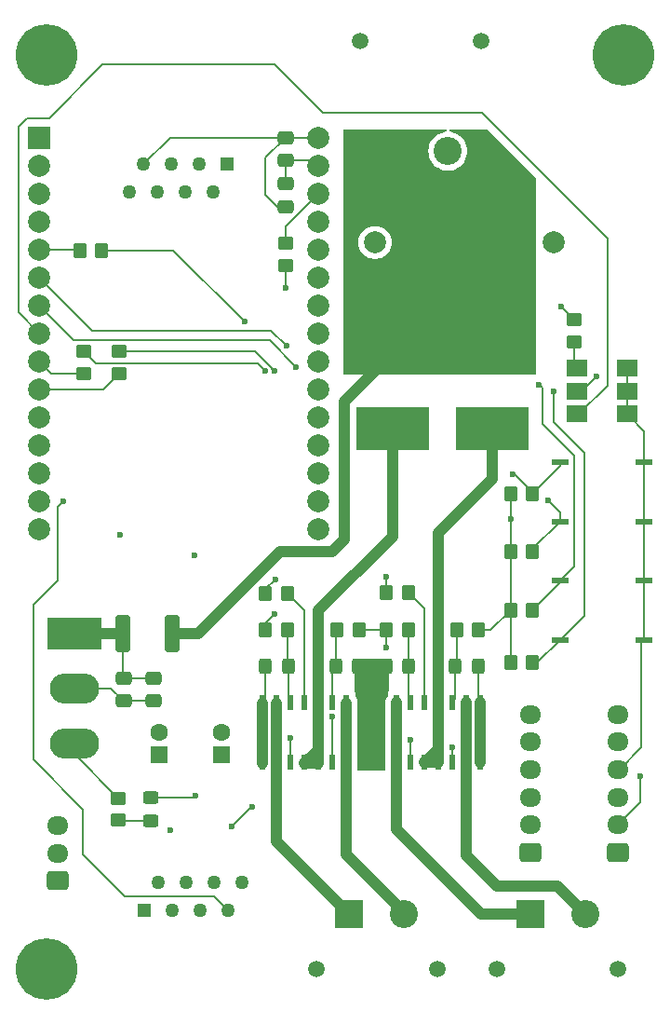
<source format=gtl>
%TF.GenerationSoftware,KiCad,Pcbnew,8.0.1-8.0.1-1~ubuntu22.04.1*%
%TF.CreationDate,2024-04-01T00:34:08-04:00*%
%TF.ProjectId,gripper_2024,67726970-7065-4725-9f32-3032342e6b69,rev?*%
%TF.SameCoordinates,Original*%
%TF.FileFunction,Copper,L1,Top*%
%TF.FilePolarity,Positive*%
%FSLAX46Y46*%
G04 Gerber Fmt 4.6, Leading zero omitted, Abs format (unit mm)*
G04 Created by KiCad (PCBNEW 8.0.1-8.0.1-1~ubuntu22.04.1) date 2024-04-01 00:34:08*
%MOMM*%
%LPD*%
G01*
G04 APERTURE LIST*
G04 Aperture macros list*
%AMRoundRect*
0 Rectangle with rounded corners*
0 $1 Rounding radius*
0 $2 $3 $4 $5 $6 $7 $8 $9 X,Y pos of 4 corners*
0 Add a 4 corners polygon primitive as box body*
4,1,4,$2,$3,$4,$5,$6,$7,$8,$9,$2,$3,0*
0 Add four circle primitives for the rounded corners*
1,1,$1+$1,$2,$3*
1,1,$1+$1,$4,$5*
1,1,$1+$1,$6,$7*
1,1,$1+$1,$8,$9*
0 Add four rect primitives between the rounded corners*
20,1,$1+$1,$2,$3,$4,$5,0*
20,1,$1+$1,$4,$5,$6,$7,0*
20,1,$1+$1,$6,$7,$8,$9,0*
20,1,$1+$1,$8,$9,$2,$3,0*%
G04 Aperture macros list end*
%TA.AperFunction,SMDPad,CuDef*%
%ADD10RoundRect,0.250000X-0.350000X-0.450000X0.350000X-0.450000X0.350000X0.450000X-0.350000X0.450000X0*%
%TD*%
%TA.AperFunction,SMDPad,CuDef*%
%ADD11RoundRect,0.250000X-0.475000X0.337500X-0.475000X-0.337500X0.475000X-0.337500X0.475000X0.337500X0*%
%TD*%
%TA.AperFunction,SMDPad,CuDef*%
%ADD12R,0.558800X1.460500*%
%TD*%
%TA.AperFunction,SMDPad,CuDef*%
%ADD13RoundRect,0.250000X0.350000X0.450000X-0.350000X0.450000X-0.350000X-0.450000X0.350000X-0.450000X0*%
%TD*%
%TA.AperFunction,SMDPad,CuDef*%
%ADD14R,1.511300X0.609600*%
%TD*%
%TA.AperFunction,ComponentPad*%
%ADD15RoundRect,0.250000X0.725000X-0.600000X0.725000X0.600000X-0.725000X0.600000X-0.725000X-0.600000X0*%
%TD*%
%TA.AperFunction,ComponentPad*%
%ADD16O,1.950000X1.700000*%
%TD*%
%TA.AperFunction,ComponentPad*%
%ADD17R,5.000000X3.000000*%
%TD*%
%TA.AperFunction,ComponentPad*%
%ADD18O,4.500000X2.750000*%
%TD*%
%TA.AperFunction,SMDPad,CuDef*%
%ADD19RoundRect,0.250000X0.450000X-0.350000X0.450000X0.350000X-0.450000X0.350000X-0.450000X-0.350000X0*%
%TD*%
%TA.AperFunction,ComponentPad*%
%ADD20R,2.000000X2.000000*%
%TD*%
%TA.AperFunction,ComponentPad*%
%ADD21C,2.000000*%
%TD*%
%TA.AperFunction,ComponentPad*%
%ADD22C,1.508000*%
%TD*%
%TA.AperFunction,ComponentPad*%
%ADD23C,2.550000*%
%TD*%
%TA.AperFunction,ComponentPad*%
%ADD24R,2.550000X2.550000*%
%TD*%
%TA.AperFunction,ComponentPad*%
%ADD25C,3.600000*%
%TD*%
%TA.AperFunction,ConnectorPad*%
%ADD26C,5.600000*%
%TD*%
%TA.AperFunction,SMDPad,CuDef*%
%ADD27RoundRect,0.250000X0.325000X0.450000X-0.325000X0.450000X-0.325000X-0.450000X0.325000X-0.450000X0*%
%TD*%
%TA.AperFunction,ComponentPad*%
%ADD28R,1.268000X1.268000*%
%TD*%
%TA.AperFunction,ComponentPad*%
%ADD29C,1.268000*%
%TD*%
%TA.AperFunction,SMDPad,CuDef*%
%ADD30RoundRect,0.250000X-0.450000X0.325000X-0.450000X-0.325000X0.450000X-0.325000X0.450000X0.325000X0*%
%TD*%
%TA.AperFunction,SMDPad,CuDef*%
%ADD31RoundRect,0.250000X-0.325000X-0.450000X0.325000X-0.450000X0.325000X0.450000X-0.325000X0.450000X0*%
%TD*%
%TA.AperFunction,ComponentPad*%
%ADD32R,1.600000X1.600000*%
%TD*%
%TA.AperFunction,ComponentPad*%
%ADD33C,1.600000*%
%TD*%
%TA.AperFunction,SMDPad,CuDef*%
%ADD34RoundRect,0.250000X-0.450000X0.350000X-0.450000X-0.350000X0.450000X-0.350000X0.450000X0.350000X0*%
%TD*%
%TA.AperFunction,SMDPad,CuDef*%
%ADD35R,6.600000X4.000000*%
%TD*%
%TA.AperFunction,SMDPad,CuDef*%
%ADD36RoundRect,0.250000X0.475000X-0.337500X0.475000X0.337500X-0.475000X0.337500X-0.475000X-0.337500X0*%
%TD*%
%TA.AperFunction,SMDPad,CuDef*%
%ADD37R,1.955800X1.549400*%
%TD*%
%TA.AperFunction,SMDPad,CuDef*%
%ADD38RoundRect,0.250000X0.400000X1.450000X-0.400000X1.450000X-0.400000X-1.450000X0.400000X-1.450000X0*%
%TD*%
%TA.AperFunction,ViaPad*%
%ADD39C,0.600000*%
%TD*%
%TA.AperFunction,Conductor*%
%ADD40C,1.000000*%
%TD*%
%TA.AperFunction,Conductor*%
%ADD41C,0.200000*%
%TD*%
G04 APERTURE END LIST*
D10*
%TO.P,R1,1*%
%TO.N,MA_S1*%
X23500000Y-37200000D03*
%TO.P,R1,2*%
%TO.N,Net-(U1-INA)*%
X25500000Y-37200000D03*
%TD*%
D11*
%TO.P,C12,1*%
%TO.N,+5V*%
X42200000Y-26962500D03*
%TO.P,C12,2*%
%TO.N,GND*%
X42200000Y-29037500D03*
%TD*%
D12*
%TO.P,U2,1,GNDA*%
%TO.N,GND*%
X51055000Y-83724150D03*
%TO.P,U2,2,OUTA*%
%TO.N,MB+*%
X52325000Y-83724150D03*
%TO.P,U2,3,INA*%
%TO.N,Net-(U2-INA)*%
X53595000Y-83724150D03*
%TO.P,U2,4,VCC*%
%TO.N,MB_24V*%
X54865000Y-83724150D03*
%TO.P,U2,5,VCC*%
X56135000Y-83724150D03*
%TO.P,U2,6,INB*%
%TO.N,Net-(U2-INB)*%
X57405000Y-83724150D03*
%TO.P,U2,7,OUTB*%
%TO.N,MB-*%
X58675000Y-83724150D03*
%TO.P,U2,8,GNDB*%
%TO.N,GND*%
X59945000Y-83724150D03*
%TO.P,U2,9,GNDB*%
X59945000Y-78275850D03*
%TO.P,U2,10,OUTB*%
%TO.N,MB-*%
X58675000Y-78275850D03*
%TO.P,U2,11,ENB/DIAGB*%
%TO.N,Net-(D4-A)*%
X57405000Y-78275850D03*
%TO.P,U2,12,VCC*%
%TO.N,MB_24V*%
X56135000Y-78275850D03*
%TO.P,U2,13,CS*%
%TO.N,Net-(U2-CS)*%
X54865000Y-78275850D03*
%TO.P,U2,14,ENA/DIAGB*%
%TO.N,Net-(D5-A)*%
X53595000Y-78275850D03*
%TO.P,U2,15,OUTA*%
%TO.N,MB+*%
X52325000Y-78275850D03*
%TO.P,U2,16,GNDA*%
%TO.N,GND*%
X51055000Y-78275850D03*
%TD*%
D13*
%TO.P,R17,1*%
%TO.N,PB_ROT_FWD*%
X64700000Y-64600000D03*
%TO.P,R17,2*%
%TO.N,+3.3V*%
X62700000Y-64600000D03*
%TD*%
D14*
%TO.P,SW4,1*%
%TO.N,GND*%
X74803650Y-56500000D03*
%TO.P,SW4,2*%
%TO.N,PB_ROT_REV*%
X67196350Y-56500000D03*
%TD*%
%TO.P,SW3,1*%
%TO.N,GND*%
X74803650Y-61868800D03*
%TO.P,SW3,2*%
%TO.N,PB_ROT_FWD*%
X67196350Y-61868800D03*
%TD*%
D15*
%TO.P,U4,1*%
%TO.N,+5V*%
X72475000Y-91900000D03*
D16*
%TO.P,U4,2*%
%TO.N,SCK*%
X72475000Y-89400000D03*
%TO.P,U4,3*%
%TO.N,MOSI*%
X72475000Y-86900000D03*
%TO.P,U4,4*%
%TO.N,GND*%
X72475000Y-84400000D03*
%TO.P,U4,5*%
%TO.N,MISO*%
X72475000Y-81900000D03*
%TO.P,U4,6*%
%TO.N,CS_Poignet*%
X72475000Y-79400000D03*
%TD*%
D13*
%TO.P,R8,1*%
%TO.N,Net-(D3-A)*%
X42400000Y-71700000D03*
%TO.P,R8,2*%
%TO.N,+3.3V*%
X40400000Y-71700000D03*
%TD*%
D17*
%TO.P,U7,1,V_{IN}*%
%TO.N,Net-(U7-V_{IN})*%
X23000000Y-72000000D03*
D18*
%TO.P,U7,2,GND*%
%TO.N,GND*%
X23000000Y-77000000D03*
%TO.P,U7,3,V_{OUT}*%
%TO.N,+7.4V*%
X23000000Y-82000000D03*
%TD*%
D19*
%TO.P,R4,1*%
%TO.N,MB_S2*%
X27100000Y-48400000D03*
%TO.P,R4,2*%
%TO.N,Net-(U2-INB)*%
X27100000Y-46400000D03*
%TD*%
%TO.P,R19,1*%
%TO.N,Net-(LED1-Pad1)*%
X68500000Y-45500000D03*
%TO.P,R19,2*%
%TO.N,LED_R*%
X68500000Y-43500000D03*
%TD*%
D20*
%TO.P,U3,1,3V3*%
%TO.N,+3.3V*%
X19800000Y-26985000D03*
D21*
%TO.P,U3,2,GND*%
%TO.N,GND*%
X19800000Y-29525000D03*
X45200000Y-29525000D03*
%TO.P,U3,3,D15*%
%TO.N,LED_G*%
X19800000Y-32065000D03*
%TO.P,U3,4,D2*%
%TO.N,Net-(U3-D2)*%
X19800000Y-34605000D03*
%TO.P,U3,5,D4*%
%TO.N,MA_S1*%
X19800000Y-37145000D03*
%TO.P,U3,6,RX2*%
%TO.N,CS_Rotation*%
X19800000Y-39685000D03*
%TO.P,U3,7,TX2*%
%TO.N,CS_Poignet*%
X19800000Y-42225000D03*
%TO.P,U3,8,D5*%
%TO.N,LED_B*%
X19800000Y-44765000D03*
%TO.P,U3,9,D18*%
%TO.N,MB_S1*%
X19800000Y-47305000D03*
%TO.P,U3,10,D19*%
%TO.N,MB_S2*%
X19800000Y-49845000D03*
%TO.P,U3,11,D21*%
%TO.N,SERVO_PWM*%
X19800000Y-52385000D03*
%TO.P,U3,12,RX0*%
%TO.N,unconnected-(U3-RX0-Pad12)*%
X19800000Y-54925000D03*
%TO.P,U3,13,TX0*%
%TO.N,unconnected-(U3-TX0-Pad13)*%
X19800000Y-57465000D03*
%TO.P,U3,14,D22*%
%TO.N,RXC*%
X19800000Y-60005000D03*
%TO.P,U3,15,D23*%
%TO.N,TXC*%
X19800000Y-62545000D03*
%TO.P,U3,16,EN*%
%TO.N,unconnected-(U3-EN-Pad16)*%
X45200000Y-62545000D03*
%TO.P,U3,17,VP*%
%TO.N,unconnected-(U3-VP-Pad17)*%
X45200000Y-60005000D03*
%TO.P,U3,18,VN*%
%TO.N,unconnected-(U3-VN-Pad18)*%
X45200000Y-57465000D03*
%TO.P,U3,19,D34*%
%TO.N,PB_ROT_REV*%
X45200000Y-54925000D03*
%TO.P,U3,20,D35*%
%TO.N,PB_ROT_FWD*%
X45200000Y-52385000D03*
%TO.P,U3,21,D32*%
%TO.N,MISO*%
X45200000Y-49845000D03*
%TO.P,U3,22,D33*%
%TO.N,SCK*%
X45200000Y-47305000D03*
%TO.P,U3,23,D25*%
%TO.N,PB_POIGNET_FWD*%
X45200000Y-44765000D03*
%TO.P,U3,24,D26*%
%TO.N,PB_POIGNET_REV*%
X45200000Y-42225000D03*
%TO.P,U3,25,D27*%
%TO.N,MOSI*%
X45200000Y-39685000D03*
%TO.P,U3,26,D14*%
%TO.N,Net-(U3-D14)*%
X45200000Y-37145000D03*
%TO.P,U3,27,D12*%
%TO.N,LED_R*%
X45200000Y-34605000D03*
%TO.P,U3,28,D13*%
%TO.N,MA_S2*%
X45200000Y-32065000D03*
%TO.P,U3,30,VIN*%
%TO.N,+5V*%
X45200000Y-26985000D03*
%TD*%
D22*
%TO.P,J2,*%
%TO.N,*%
X56000000Y-102500000D03*
X45000000Y-102500000D03*
D23*
%TO.P,J2,N,N*%
%TO.N,MA-*%
X53000000Y-97500000D03*
D24*
%TO.P,J2,P,P*%
%TO.N,MA+*%
X48000000Y-97500000D03*
%TD*%
D25*
%TO.P,H1,1,1*%
%TO.N,GND*%
X20500000Y-102500000D03*
D26*
X20500000Y-102500000D03*
%TD*%
D27*
%TO.P,D2,1,K*%
%TO.N,GND*%
X48860000Y-75000000D03*
%TO.P,D2,2,A*%
%TO.N,Net-(D2-A)*%
X46810000Y-75000000D03*
%TD*%
D28*
%TO.P,J6,1*%
%TO.N,CANH*%
X29392500Y-97150000D03*
D29*
%TO.P,J6,2*%
%TO.N,CANL*%
X30662500Y-94610000D03*
%TO.P,J6,3*%
%TO.N,unconnected-(J6-Pad3)*%
X31932500Y-97150000D03*
%TO.P,J6,4*%
%TO.N,unconnected-(J6-Pad4)*%
X33202500Y-94610000D03*
%TO.P,J6,5*%
%TO.N,unconnected-(J6-Pad5)*%
X34472500Y-97150000D03*
%TO.P,J6,6*%
%TO.N,unconnected-(J6-Pad6)*%
X35742500Y-94610000D03*
%TO.P,J6,7*%
%TO.N,+5V*%
X37012500Y-97150000D03*
%TO.P,J6,8*%
%TO.N,GND*%
X38282500Y-94610000D03*
%TD*%
D30*
%TO.P,D1,1,K*%
%TO.N,GND*%
X30000000Y-86975000D03*
%TO.P,D1,2,A*%
%TO.N,Net-(D1-A)*%
X30000000Y-89025000D03*
%TD*%
D13*
%TO.P,R6,1*%
%TO.N,Net-(D5-A)*%
X53400000Y-71700000D03*
%TO.P,R6,2*%
%TO.N,+3.3V*%
X51400000Y-71700000D03*
%TD*%
%TO.P,R18,1*%
%TO.N,PB_ROT_REV*%
X64700000Y-59300000D03*
%TO.P,R18,2*%
%TO.N,+3.3V*%
X62700000Y-59300000D03*
%TD*%
D25*
%TO.P,H3,1,1*%
%TO.N,GND*%
X73000000Y-19500000D03*
D26*
X73000000Y-19500000D03*
%TD*%
D11*
%TO.P,C10,1*%
%TO.N,Net-(U7-V_{IN})*%
X30200000Y-76062500D03*
%TO.P,C10,2*%
%TO.N,GND*%
X30200000Y-78137500D03*
%TD*%
D31*
%TO.P,D5,1,K*%
%TO.N,GND*%
X51375000Y-75000000D03*
%TO.P,D5,2,A*%
%TO.N,Net-(D5-A)*%
X53425000Y-75000000D03*
%TD*%
D13*
%TO.P,R9,1*%
%TO.N,+3.3V*%
X48900000Y-71700000D03*
%TO.P,R9,2*%
%TO.N,Net-(D2-A)*%
X46900000Y-71700000D03*
%TD*%
D20*
%TO.P,C1,1*%
%TO.N,+24V*%
X55367677Y-36500000D03*
D21*
%TO.P,C1,2*%
%TO.N,GND*%
X50367677Y-36500000D03*
%TD*%
D11*
%TO.P,C9,1*%
%TO.N,Net-(U7-V_{IN})*%
X27500000Y-76062500D03*
%TO.P,C9,2*%
%TO.N,GND*%
X27500000Y-78137500D03*
%TD*%
D14*
%TO.P,SW2,1*%
%TO.N,GND*%
X74803650Y-67237600D03*
%TO.P,SW2,2*%
%TO.N,PB_POIGNET_REV*%
X67196350Y-67237600D03*
%TD*%
D13*
%TO.P,R24,1*%
%TO.N,+3.3V*%
X59800000Y-71700000D03*
%TO.P,R24,2*%
%TO.N,Net-(D4-A)*%
X57800000Y-71700000D03*
%TD*%
D22*
%TO.P,J3,*%
%TO.N,*%
X72500000Y-102500000D03*
X61500000Y-102500000D03*
D23*
%TO.P,J3,N,N*%
%TO.N,MB-*%
X69500000Y-97500000D03*
D24*
%TO.P,J3,P,P*%
%TO.N,MB+*%
X64500000Y-97500000D03*
%TD*%
D19*
%TO.P,R3,1*%
%TO.N,MB_S1*%
X23900000Y-48400000D03*
%TO.P,R3,2*%
%TO.N,Net-(U2-INA)*%
X23900000Y-46400000D03*
%TD*%
D15*
%TO.P,U5,1*%
%TO.N,+5V*%
X64475000Y-91900000D03*
D16*
%TO.P,U5,2*%
%TO.N,SCK*%
X64475000Y-89400000D03*
%TO.P,U5,3*%
%TO.N,MOSI*%
X64475000Y-86900000D03*
%TO.P,U5,4*%
%TO.N,GND*%
X64475000Y-84400000D03*
%TO.P,U5,5*%
%TO.N,MISO*%
X64475000Y-81900000D03*
%TO.P,U5,6*%
%TO.N,CS_Rotation*%
X64475000Y-79400000D03*
%TD*%
D32*
%TO.P,C8,1*%
%TO.N,+7.4V*%
X36400000Y-83055112D03*
D33*
%TO.P,C8,2*%
%TO.N,GND*%
X36400000Y-81055112D03*
%TD*%
D34*
%TO.P,R20,1*%
%TO.N,+7.4V*%
X27000000Y-87000000D03*
%TO.P,R20,2*%
%TO.N,Net-(D1-A)*%
X27000000Y-89000000D03*
%TD*%
D35*
%TO.P,F2,1*%
%TO.N,+24V*%
X61000000Y-45600000D03*
%TO.P,F2,2*%
%TO.N,MB_24V*%
X61000000Y-53400000D03*
%TD*%
D36*
%TO.P,C13,1*%
%TO.N,+5V*%
X42200000Y-33237500D03*
%TO.P,C13,2*%
%TO.N,GND*%
X42200000Y-31162500D03*
%TD*%
D35*
%TO.P,F1,1*%
%TO.N,+24V*%
X52000000Y-45600000D03*
%TO.P,F1,2*%
%TO.N,MA_24V*%
X52000000Y-53400000D03*
%TD*%
D31*
%TO.P,D3,1,K*%
%TO.N,GND*%
X40410000Y-75000000D03*
%TO.P,D3,2,A*%
%TO.N,Net-(D3-A)*%
X42460000Y-75000000D03*
%TD*%
D27*
%TO.P,D4,1,K*%
%TO.N,GND*%
X59725000Y-75000000D03*
%TO.P,D4,2,A*%
%TO.N,Net-(D4-A)*%
X57675000Y-75000000D03*
%TD*%
D37*
%TO.P,D6,1*%
%TO.N,Net-(LED1-Pad1)*%
X68726700Y-47900002D03*
%TO.P,D6,2*%
%TO.N,LED_G*%
X68726700Y-50000000D03*
%TO.P,D6,3*%
%TO.N,LED_B*%
X68726700Y-52100001D03*
%TO.P,D6,4*%
%TO.N,GND*%
X73273300Y-52099998D03*
%TO.P,D6,5*%
X73273300Y-50000000D03*
%TO.P,D6,6*%
X73273300Y-47899999D03*
%TD*%
D15*
%TO.P,J4,1*%
%TO.N,GND*%
X21475000Y-94500000D03*
D16*
%TO.P,J4,2*%
%TO.N,SERVO_POW*%
X21475000Y-92000000D03*
%TO.P,J4,3*%
%TO.N,SERVO_PWM*%
X21475000Y-89500000D03*
%TD*%
D14*
%TO.P,SW1,1*%
%TO.N,GND*%
X74803650Y-72606400D03*
%TO.P,SW1,2*%
%TO.N,PB_POIGNET_FWD*%
X67196350Y-72606400D03*
%TD*%
D22*
%TO.P,J1,*%
%TO.N,*%
X49000000Y-18205750D03*
X60000000Y-18205750D03*
D23*
%TO.P,J1,N,N*%
%TO.N,GND*%
X57000000Y-28205750D03*
D24*
%TO.P,J1,P,P*%
%TO.N,+24V*%
X52000000Y-28205750D03*
%TD*%
D20*
%TO.P,C2,1*%
%TO.N,+24V*%
X61632323Y-36500000D03*
D21*
%TO.P,C2,2*%
%TO.N,GND*%
X66632323Y-36500000D03*
%TD*%
D32*
%TO.P,C6,1*%
%TO.N,+7.4V*%
X30700000Y-83055112D03*
D33*
%TO.P,C6,2*%
%TO.N,GND*%
X30700000Y-81055112D03*
%TD*%
D25*
%TO.P,H2,1,1*%
%TO.N,GND*%
X20500000Y-19500000D03*
D26*
X20500000Y-19500000D03*
%TD*%
D10*
%TO.P,R15,1*%
%TO.N,+3.3V*%
X62700000Y-74700000D03*
%TO.P,R15,2*%
%TO.N,PB_POIGNET_FWD*%
X64700000Y-74700000D03*
%TD*%
D12*
%TO.P,U1,1,GNDA*%
%TO.N,GND*%
X40155000Y-83724150D03*
%TO.P,U1,2,OUTA*%
%TO.N,MA+*%
X41425000Y-83724150D03*
%TO.P,U1,3,INA*%
%TO.N,Net-(U1-INA)*%
X42695000Y-83724150D03*
%TO.P,U1,4,VCC*%
%TO.N,MA_24V*%
X43965000Y-83724150D03*
%TO.P,U1,5,VCC*%
X45235000Y-83724150D03*
%TO.P,U1,6,INB*%
%TO.N,Net-(U1-INB)*%
X46505000Y-83724150D03*
%TO.P,U1,7,OUTB*%
%TO.N,MA-*%
X47775000Y-83724150D03*
%TO.P,U1,8,GNDB*%
%TO.N,GND*%
X49045000Y-83724150D03*
%TO.P,U1,9,GNDB*%
X49045000Y-78275850D03*
%TO.P,U1,10,OUTB*%
%TO.N,MA-*%
X47775000Y-78275850D03*
%TO.P,U1,11,ENB/DIAGB*%
%TO.N,Net-(D2-A)*%
X46505000Y-78275850D03*
%TO.P,U1,12,VCC*%
%TO.N,MA_24V*%
X45235000Y-78275850D03*
%TO.P,U1,13,CS*%
%TO.N,Net-(U1-CS)*%
X43965000Y-78275850D03*
%TO.P,U1,14,ENA/DIAGB*%
%TO.N,Net-(D3-A)*%
X42695000Y-78275850D03*
%TO.P,U1,15,OUTA*%
%TO.N,MA+*%
X41425000Y-78275850D03*
%TO.P,U1,16,GNDA*%
%TO.N,GND*%
X40155000Y-78275850D03*
%TD*%
D13*
%TO.P,R23,1*%
%TO.N,Net-(U2-CS)*%
X53400000Y-68300000D03*
%TO.P,R23,2*%
%TO.N,GND*%
X51400000Y-68300000D03*
%TD*%
D28*
%TO.P,J5,1*%
%TO.N,CANH*%
X36945000Y-29350000D03*
D29*
%TO.P,J5,2*%
%TO.N,CANL*%
X35675000Y-31890000D03*
%TO.P,J5,3*%
%TO.N,unconnected-(J5-Pad3)*%
X34405000Y-29350000D03*
%TO.P,J5,4*%
%TO.N,unconnected-(J5-Pad4)*%
X33135000Y-31890000D03*
%TO.P,J5,5*%
%TO.N,unconnected-(J5-Pad5)*%
X31865000Y-29350000D03*
%TO.P,J5,6*%
%TO.N,unconnected-(J5-Pad6)*%
X30595000Y-31890000D03*
%TO.P,J5,7*%
%TO.N,+5V*%
X29325000Y-29350000D03*
%TO.P,J5,8*%
%TO.N,GND*%
X28055000Y-31890000D03*
%TD*%
D13*
%TO.P,R16,1*%
%TO.N,PB_POIGNET_REV*%
X64700000Y-69900000D03*
%TO.P,R16,2*%
%TO.N,+3.3V*%
X62700000Y-69900000D03*
%TD*%
D34*
%TO.P,R2,1*%
%TO.N,MA_S2*%
X42200000Y-36600000D03*
%TO.P,R2,2*%
%TO.N,Net-(U1-INB)*%
X42200000Y-38600000D03*
%TD*%
D13*
%TO.P,R5,1*%
%TO.N,Net-(U1-CS)*%
X42400000Y-68400000D03*
%TO.P,R5,2*%
%TO.N,GND*%
X40400000Y-68400000D03*
%TD*%
D38*
%TO.P,F3,1*%
%TO.N,+24V*%
X31900000Y-72050000D03*
%TO.P,F3,2*%
%TO.N,Net-(U7-V_{IN})*%
X27450000Y-72050000D03*
%TD*%
D39*
%TO.N,GND*%
X59958696Y-79755533D03*
X59958696Y-80802250D03*
X59944646Y-82038640D03*
X50500000Y-79953283D03*
X50500000Y-81000000D03*
X50485950Y-82236390D03*
X49500000Y-79953283D03*
X49500000Y-81000000D03*
X49485950Y-82236390D03*
X40138748Y-82344185D03*
X40152798Y-81107795D03*
X40152798Y-80061078D03*
X34000000Y-86750000D03*
X33900000Y-64900000D03*
X27200000Y-63100000D03*
X41300000Y-67100000D03*
X51400000Y-66900000D03*
%TO.N,+5V*%
X22000000Y-60000000D03*
%TO.N,LED_G*%
X70500000Y-48700000D03*
%TO.N,Net-(U1-INA)*%
X42700000Y-81500000D03*
X38500000Y-43700000D03*
%TO.N,Net-(U1-INB)*%
X42200000Y-40600000D03*
X46500000Y-79600000D03*
%TO.N,Net-(U2-INA)*%
X53600000Y-81700000D03*
X40400000Y-48200000D03*
%TO.N,Net-(U2-INB)*%
X57405000Y-82400000D03*
X41200003Y-48200000D03*
%TO.N,PB_POIGNET_FWD*%
X66600000Y-50000000D03*
%TO.N,PB_POIGNET_REV*%
X65300000Y-49400000D03*
%TO.N,PB_ROT_FWD*%
X66150000Y-59950000D03*
%TO.N,PB_ROT_REV*%
X62925735Y-57574265D03*
%TO.N,LED_R*%
X67300000Y-42300000D03*
%TO.N,SCK*%
X74500000Y-85000000D03*
%TO.N,CS_Rotation*%
X42300000Y-45900000D03*
%TO.N,CS_Poignet*%
X43200000Y-47800000D03*
%TO.N,+3.3V*%
X62700000Y-61600000D03*
X31700000Y-89900000D03*
X51400000Y-73300000D03*
X41200000Y-70300000D03*
%TO.N,SCL*%
X37300000Y-89600000D03*
X39200000Y-87800000D03*
%TD*%
D40*
%TO.N,GND*%
X40155000Y-82360437D02*
X40155000Y-83798300D01*
X40138748Y-82344185D02*
X40155000Y-82360437D01*
X40155000Y-82327933D02*
X40138748Y-82344185D01*
X40155000Y-81109997D02*
X40155000Y-82327933D01*
X40152798Y-81107795D02*
X40155000Y-81109997D01*
X40155000Y-81105593D02*
X40152798Y-81107795D01*
X40155000Y-80063280D02*
X40155000Y-81000000D01*
X40152798Y-80061078D02*
X40155000Y-80063280D01*
X40155000Y-80058876D02*
X40152798Y-80061078D01*
X40155000Y-78350000D02*
X40155000Y-80058876D01*
X40155000Y-81000000D02*
X40155000Y-81105593D01*
D41*
X48860000Y-78090850D02*
X49045000Y-78275850D01*
X49045000Y-78275850D02*
X49045000Y-78350000D01*
D40*
X59950000Y-82550000D02*
X59945000Y-82545000D01*
D41*
X73273300Y-52099998D02*
X73273300Y-50000000D01*
X42200000Y-29037500D02*
X44712500Y-29037500D01*
D40*
X59945000Y-80495000D02*
X59945000Y-79455000D01*
X59945000Y-81555000D02*
X59950000Y-81550000D01*
X59945000Y-81700000D02*
X59945000Y-81555000D01*
D41*
X40400000Y-68000000D02*
X41300000Y-67100000D01*
X33775000Y-86975000D02*
X34000000Y-86750000D01*
X74803650Y-53630348D02*
X73273300Y-52099998D01*
X30200000Y-78137500D02*
X27500000Y-78137500D01*
D40*
X59950000Y-79450000D02*
X59945000Y-79445000D01*
D41*
X40400000Y-68400000D02*
X40400000Y-68000000D01*
X74600000Y-72810050D02*
X74803650Y-72606400D01*
X72475000Y-84400000D02*
X72600000Y-84400000D01*
X40410000Y-75000000D02*
X40410000Y-78095000D01*
D40*
X59945000Y-80495000D02*
X59945000Y-81545000D01*
X59945000Y-79395000D02*
X59945000Y-78275850D01*
D41*
X44712500Y-29037500D02*
X45200000Y-29525000D01*
X59725000Y-75000000D02*
X59725000Y-78055850D01*
X72600000Y-84400000D02*
X74600000Y-82400000D01*
D40*
X59945000Y-82745000D02*
X59945000Y-82555000D01*
X59945000Y-79445000D02*
X59945000Y-79395000D01*
D41*
X73273300Y-50000000D02*
X73273300Y-47899999D01*
X59725000Y-78055850D02*
X59945000Y-78275850D01*
X74803650Y-61868800D02*
X74803650Y-56500000D01*
D40*
X59945000Y-82745000D02*
X59945000Y-83724150D01*
D41*
X23000000Y-77000000D02*
X26362500Y-77000000D01*
X42200000Y-31162500D02*
X42200000Y-29037500D01*
D40*
X59945000Y-82545000D02*
X59945000Y-81700000D01*
X59945000Y-79455000D02*
X59950000Y-79450000D01*
D41*
X74600000Y-82400000D02*
X74600000Y-72810050D01*
X30000000Y-86975000D02*
X33775000Y-86975000D01*
X74803650Y-67237600D02*
X74803650Y-61868800D01*
X74803650Y-56500000D02*
X74803650Y-53630348D01*
X26362500Y-77000000D02*
X27500000Y-78137500D01*
D40*
X59945000Y-81545000D02*
X59950000Y-81550000D01*
D41*
X51400000Y-68300000D02*
X51400000Y-66900000D01*
X74803650Y-72606400D02*
X74803650Y-67237600D01*
X40410000Y-78095000D02*
X40155000Y-78350000D01*
D40*
X59945000Y-82555000D02*
X59950000Y-82550000D01*
%TO.N,+24V*%
X47600000Y-50950000D02*
X47600000Y-63500000D01*
X41700000Y-64600000D02*
X34250000Y-72050000D01*
X52000000Y-46550000D02*
X47600000Y-50950000D01*
X34250000Y-72050000D02*
X31900000Y-72050000D01*
X46500000Y-64600000D02*
X41700000Y-64600000D01*
X47600000Y-63500000D02*
X46500000Y-64600000D01*
X52000000Y-45600000D02*
X52000000Y-46550000D01*
D41*
%TO.N,+5V*%
X31712500Y-26962500D02*
X29325000Y-29350000D01*
X41437500Y-33237500D02*
X40400000Y-32200000D01*
X19300000Y-83500000D02*
X23800000Y-88000000D01*
X21500000Y-67200000D02*
X19300000Y-69400000D01*
X21500000Y-60500000D02*
X21500000Y-67200000D01*
X40400000Y-28762500D02*
X42200000Y-26962500D01*
X35762500Y-95900000D02*
X37012500Y-97150000D01*
X40400000Y-32200000D02*
X40400000Y-28762500D01*
X27600000Y-95900000D02*
X35762500Y-95900000D01*
X22000000Y-60000000D02*
X21500000Y-60500000D01*
X42200000Y-26962500D02*
X31712500Y-26962500D01*
X42200000Y-33237500D02*
X41437500Y-33237500D01*
X23800000Y-92100000D02*
X27600000Y-95900000D01*
X19300000Y-69400000D02*
X19300000Y-83500000D01*
X45200000Y-26985000D02*
X42222500Y-26985000D01*
X23800000Y-88000000D02*
X23800000Y-92100000D01*
X42222500Y-26985000D02*
X42200000Y-26962500D01*
D40*
%TO.N,MA+*%
X41425000Y-83798300D02*
X41425000Y-90925000D01*
X41425000Y-90925000D02*
X48000000Y-97500000D01*
X41425000Y-78350000D02*
X41425000Y-83798300D01*
X48000000Y-97500000D02*
X48162500Y-97500000D01*
%TO.N,MB+*%
X52325000Y-89825000D02*
X60000000Y-97500000D01*
X52325000Y-83724150D02*
X52325000Y-89825000D01*
X60000000Y-97500000D02*
X64500000Y-97500000D01*
X52325000Y-78275850D02*
X52325000Y-83724150D01*
%TO.N,Net-(U7-V_{IN})*%
X27450000Y-72050000D02*
X23050000Y-72050000D01*
D41*
X27450000Y-76012500D02*
X27450000Y-72050000D01*
X27500000Y-76062500D02*
X27450000Y-76012500D01*
D40*
X23050000Y-72050000D02*
X23000000Y-72000000D01*
D41*
X30200000Y-76062500D02*
X27500000Y-76062500D01*
%TO.N,+7.4V*%
X23000000Y-82000000D02*
X23000000Y-83000000D01*
X23000000Y-83000000D02*
X27000000Y-87000000D01*
D40*
%TO.N,MA-*%
X47775000Y-83798300D02*
X47775000Y-92112500D01*
X47775000Y-92112500D02*
X53162500Y-97500000D01*
X47775000Y-78350000D02*
X47775000Y-83798300D01*
%TO.N,MB-*%
X61500000Y-95000000D02*
X67000000Y-95000000D01*
X67000000Y-95000000D02*
X69500000Y-97500000D01*
X58675000Y-92175000D02*
X61500000Y-95000000D01*
X58675000Y-78275850D02*
X58675000Y-83724150D01*
X58675000Y-83724150D02*
X58675000Y-92175000D01*
D41*
%TO.N,LED_B*%
X41200000Y-20300000D02*
X25600000Y-20300000D01*
X45600000Y-24700000D02*
X41200000Y-20300000D01*
X25600000Y-20300000D02*
X20700000Y-25200000D01*
X68726700Y-52100001D02*
X68929900Y-52100001D01*
X17900000Y-26000000D02*
X17900000Y-42865000D01*
X18700000Y-25200000D02*
X17900000Y-26000000D01*
X71500000Y-36100000D02*
X60100000Y-24700000D01*
X17900000Y-42865000D02*
X19800000Y-44765000D01*
X60100000Y-24700000D02*
X45600000Y-24700000D01*
X20700000Y-25200000D02*
X18700000Y-25200000D01*
X68929900Y-52100001D02*
X71500000Y-49529901D01*
X71500000Y-49529901D02*
X71500000Y-36100000D01*
%TO.N,Net-(LED1-Pad1)*%
X68500000Y-47673302D02*
X68726700Y-47900002D01*
X68500000Y-45500000D02*
X68500000Y-47673302D01*
%TO.N,LED_G*%
X69200000Y-50000000D02*
X68726700Y-50000000D01*
X70500000Y-48700000D02*
X69200000Y-50000000D01*
%TO.N,MA_S1*%
X19800000Y-37145000D02*
X23445000Y-37145000D01*
X23445000Y-37145000D02*
X23500000Y-37200000D01*
%TO.N,Net-(U1-INA)*%
X38500000Y-43700000D02*
X32000000Y-37200000D01*
X32000000Y-37200000D02*
X25500000Y-37200000D01*
X42695000Y-81505000D02*
X42700000Y-81500000D01*
X42695000Y-83724150D02*
X42695000Y-81505000D01*
%TO.N,MA_S2*%
X42200000Y-35065000D02*
X45200000Y-32065000D01*
X42200000Y-36600000D02*
X42200000Y-35065000D01*
%TO.N,Net-(U1-INB)*%
X46500000Y-79600000D02*
X46505000Y-79605000D01*
X42200000Y-40600000D02*
X42200000Y-40700000D01*
X46505000Y-79605000D02*
X46505000Y-83724150D01*
X42200000Y-38600000D02*
X42300000Y-38600000D01*
X42200000Y-38600000D02*
X42200000Y-40600000D01*
%TO.N,MB_S1*%
X19800000Y-47305000D02*
X20895000Y-48400000D01*
X20895000Y-48400000D02*
X23900000Y-48400000D01*
%TO.N,Net-(U2-INA)*%
X53595000Y-83724150D02*
X53595000Y-81705000D01*
X39700000Y-47500000D02*
X25000000Y-47500000D01*
X40400000Y-48200000D02*
X39700000Y-47500000D01*
X25000000Y-47500000D02*
X23900000Y-46400000D01*
X53595000Y-81705000D02*
X53600000Y-81700000D01*
%TO.N,MB_S2*%
X25655000Y-49845000D02*
X27100000Y-48400000D01*
X19800000Y-49845000D02*
X25655000Y-49845000D01*
%TO.N,Net-(U2-INB)*%
X41000000Y-47951471D02*
X39448529Y-46400000D01*
X41200003Y-48200000D02*
X41000000Y-47999997D01*
X41000000Y-47999997D02*
X41000000Y-47951471D01*
X39448529Y-46400000D02*
X27100000Y-46400000D01*
X57405000Y-82400000D02*
X57405000Y-83724150D01*
%TO.N,Net-(U1-CS)*%
X42400000Y-68400000D02*
X43965000Y-69965000D01*
X43965000Y-69965000D02*
X43965000Y-78275850D01*
%TO.N,Net-(U2-CS)*%
X53400000Y-68300000D02*
X54865000Y-69765000D01*
X54865000Y-69765000D02*
X54865000Y-78275850D01*
%TO.N,Net-(D2-A)*%
X46505000Y-75305000D02*
X46810000Y-75000000D01*
X46810000Y-71790000D02*
X46900000Y-71700000D01*
X46810000Y-75000000D02*
X46810000Y-71790000D01*
X46505000Y-78350000D02*
X46505000Y-75305000D01*
%TO.N,PB_POIGNET_FWD*%
X64700000Y-74700000D02*
X65102750Y-74700000D01*
X65102750Y-74700000D02*
X67196350Y-72606400D01*
X66600000Y-50000000D02*
X66600000Y-52800000D01*
X69400000Y-70402750D02*
X67196350Y-72606400D01*
X69400000Y-55600000D02*
X69400000Y-70402750D01*
X66600000Y-52800000D02*
X69400000Y-55600000D01*
%TO.N,PB_POIGNET_REV*%
X65600000Y-53000000D02*
X68500000Y-55900000D01*
X65600000Y-49700000D02*
X65600000Y-53000000D01*
X68500000Y-55900000D02*
X68500000Y-65933950D01*
X68500000Y-65933950D02*
X67196350Y-67237600D01*
X64700000Y-69900000D02*
X67196350Y-67403650D01*
X67196350Y-67403650D02*
X67196350Y-67237600D01*
X65300000Y-49400000D02*
X65600000Y-49700000D01*
%TO.N,PB_ROT_FWD*%
X64700000Y-64600000D02*
X64700000Y-64365150D01*
X64700000Y-64365150D02*
X67196350Y-61868800D01*
X66150000Y-59950000D02*
X67196350Y-60996350D01*
X67196350Y-60996350D02*
X67196350Y-61868800D01*
%TO.N,PB_ROT_REV*%
X64700000Y-59200000D02*
X64700000Y-59300000D01*
X67196350Y-56803650D02*
X67196350Y-56500000D01*
X62925735Y-57574265D02*
X63074265Y-57574265D01*
X63074265Y-57574265D02*
X64700000Y-59200000D01*
X64700000Y-59300000D02*
X67196350Y-56803650D01*
%TO.N,LED_R*%
X67300000Y-42300000D02*
X68500000Y-43500000D01*
%TO.N,SCK*%
X74500000Y-87375000D02*
X74500000Y-85000000D01*
X72475000Y-89400000D02*
X74500000Y-87375000D01*
%TO.N,CS_Rotation*%
X42300000Y-45900000D02*
X40900000Y-44500000D01*
X40900000Y-44500000D02*
X24615000Y-44500000D01*
X24615000Y-44500000D02*
X19800000Y-39685000D01*
%TO.N,CS_Poignet*%
X43200000Y-47800000D02*
X40800000Y-45400000D01*
X40800000Y-45400000D02*
X22975000Y-45400000D01*
X22975000Y-45400000D02*
X19800000Y-42225000D01*
%TO.N,Net-(D1-A)*%
X27000000Y-89000000D02*
X27500000Y-89000000D01*
X27500000Y-89000000D02*
X27525000Y-89025000D01*
X27525000Y-89025000D02*
X30000000Y-89025000D01*
%TO.N,Net-(D3-A)*%
X42460000Y-78115000D02*
X42695000Y-78350000D01*
X42460000Y-75000000D02*
X42460000Y-78115000D01*
X42400000Y-71700000D02*
X42400000Y-74940000D01*
X42400000Y-74940000D02*
X42460000Y-75000000D01*
%TO.N,Net-(D4-A)*%
X57800000Y-74875000D02*
X57675000Y-75000000D01*
X57675000Y-78005850D02*
X57405000Y-78275850D01*
X57800000Y-71700000D02*
X57800000Y-74875000D01*
X57675000Y-75000000D02*
X57675000Y-78005850D01*
%TO.N,Net-(D5-A)*%
X53425000Y-71725000D02*
X53400000Y-71700000D01*
X53425000Y-75000000D02*
X53425000Y-78105850D01*
X53425000Y-75000000D02*
X53425000Y-71725000D01*
X53425000Y-78105850D02*
X53595000Y-78275850D01*
D40*
%TO.N,MA_24V*%
X43965000Y-83798300D02*
X45235000Y-83798300D01*
X45235000Y-82850000D02*
X45235000Y-83798300D01*
X52000000Y-53500000D02*
X52000000Y-63200000D01*
D41*
X52000000Y-53400000D02*
X52000000Y-53500000D01*
D40*
X45235000Y-69965000D02*
X45235000Y-82850000D01*
X52000000Y-63200000D02*
X45235000Y-69965000D01*
X45235000Y-82850000D02*
X44913300Y-82850000D01*
X44913300Y-82850000D02*
X43965000Y-83798300D01*
%TO.N,MB_24V*%
X56135000Y-78275850D02*
X56135000Y-82500000D01*
X54865000Y-83724150D02*
X54910850Y-83724150D01*
X56135000Y-82500000D02*
X56135000Y-83724150D01*
X61000000Y-58000000D02*
X56135000Y-62865000D01*
X61000000Y-53400000D02*
X61000000Y-58000000D01*
X56135000Y-83724150D02*
X54865000Y-83724150D01*
X54910850Y-83724150D02*
X56135000Y-82500000D01*
X56135000Y-62865000D02*
X56135000Y-78275850D01*
D41*
%TO.N,+3.3V*%
X62700000Y-69900000D02*
X62700000Y-64600000D01*
X40400000Y-71100000D02*
X41200000Y-70300000D01*
X62700000Y-59300000D02*
X62700000Y-61600000D01*
X40400000Y-71700000D02*
X40400000Y-71100000D01*
X60900000Y-71700000D02*
X62700000Y-69900000D01*
X51400000Y-73300000D02*
X51400000Y-71700000D01*
X51400000Y-71700000D02*
X48900000Y-71700000D01*
X62700000Y-69900000D02*
X62700000Y-74700000D01*
X62700000Y-61600000D02*
X62700000Y-64600000D01*
X59800000Y-71700000D02*
X60900000Y-71700000D01*
%TO.N,SCL*%
X39100000Y-87800000D02*
X39200000Y-87800000D01*
X37300000Y-89600000D02*
X39100000Y-87800000D01*
%TD*%
%TA.AperFunction,Conductor*%
%TO.N,GND*%
G36*
X51543039Y-74319685D02*
G01*
X51588794Y-74372489D01*
X51600000Y-74424000D01*
X51600000Y-77285733D01*
X51592182Y-77329066D01*
X51551508Y-77438117D01*
X51545101Y-77497716D01*
X51545101Y-77497723D01*
X51545100Y-77497735D01*
X51545100Y-77604585D01*
X51525415Y-77671624D01*
X51524224Y-77673441D01*
X51519210Y-77680947D01*
X51438371Y-77801930D01*
X51438364Y-77801943D01*
X51362950Y-77984010D01*
X51362947Y-77984020D01*
X51324500Y-78177306D01*
X51324500Y-84376000D01*
X51304815Y-84443039D01*
X51252011Y-84488794D01*
X51200500Y-84500000D01*
X48899500Y-84500000D01*
X48832461Y-84480315D01*
X48786706Y-84427511D01*
X48775500Y-84376000D01*
X48775500Y-78251456D01*
X48737052Y-78058170D01*
X48737051Y-78058169D01*
X48737051Y-78058165D01*
X48661632Y-77876086D01*
X48575796Y-77747623D01*
X48554919Y-77680947D01*
X48554899Y-77678734D01*
X48554899Y-77497729D01*
X48554898Y-77497723D01*
X48554897Y-77497716D01*
X48548491Y-77438117D01*
X48507818Y-77329066D01*
X48500000Y-77285733D01*
X48500000Y-74424000D01*
X48519685Y-74356961D01*
X48572489Y-74311206D01*
X48624000Y-74300000D01*
X51476000Y-74300000D01*
X51543039Y-74319685D01*
G37*
%TD.AperFunction*%
%TD*%
%TA.AperFunction,Conductor*%
%TO.N,+24V*%
G36*
X56806923Y-26219685D02*
G01*
X56852678Y-26272489D01*
X56862622Y-26341647D01*
X56833597Y-26405203D01*
X56774819Y-26442977D01*
X56758365Y-26446615D01*
X56603810Y-26469909D01*
X56603804Y-26469911D01*
X56349514Y-26548350D01*
X56109769Y-26663805D01*
X56109760Y-26663810D01*
X55889892Y-26813713D01*
X55694820Y-26994712D01*
X55528899Y-27202770D01*
X55395844Y-27433228D01*
X55298625Y-27680939D01*
X55298620Y-27680956D01*
X55239405Y-27940390D01*
X55239405Y-27940392D01*
X55219521Y-28205745D01*
X55219521Y-28205754D01*
X55239405Y-28471107D01*
X55239405Y-28471109D01*
X55239407Y-28471117D01*
X55298623Y-28730555D01*
X55395844Y-28978271D01*
X55528899Y-29208730D01*
X55662906Y-29376768D01*
X55694820Y-29416787D01*
X55809332Y-29523038D01*
X55889890Y-29597785D01*
X56109761Y-29747690D01*
X56349514Y-29863149D01*
X56349515Y-29863149D01*
X56349518Y-29863151D01*
X56603806Y-29941589D01*
X56603807Y-29941589D01*
X56603810Y-29941590D01*
X56866937Y-29981249D01*
X56866942Y-29981249D01*
X56866945Y-29981250D01*
X56866946Y-29981250D01*
X57133054Y-29981250D01*
X57133055Y-29981250D01*
X57133062Y-29981249D01*
X57396189Y-29941590D01*
X57396190Y-29941589D01*
X57396194Y-29941589D01*
X57650482Y-29863151D01*
X57890240Y-29747690D01*
X58110110Y-29597785D01*
X58305183Y-29416783D01*
X58471101Y-29208730D01*
X58604156Y-28978271D01*
X58701377Y-28730555D01*
X58760593Y-28471117D01*
X58780479Y-28205750D01*
X58760593Y-27940383D01*
X58701377Y-27680945D01*
X58604156Y-27433229D01*
X58471101Y-27202770D01*
X58305183Y-26994717D01*
X58305182Y-26994716D01*
X58305179Y-26994712D01*
X58110110Y-26813715D01*
X58110107Y-26813713D01*
X57890240Y-26663810D01*
X57890236Y-26663808D01*
X57890233Y-26663806D01*
X57890232Y-26663805D01*
X57650484Y-26548350D01*
X57650486Y-26548350D01*
X57396195Y-26469911D01*
X57396189Y-26469909D01*
X57241635Y-26446615D01*
X57178278Y-26417159D01*
X57140904Y-26358125D01*
X57141379Y-26288257D01*
X57179552Y-26229737D01*
X57243304Y-26201145D01*
X57260116Y-26200000D01*
X60449451Y-26200000D01*
X60516490Y-26219685D01*
X60536142Y-26235339D01*
X60574136Y-26272489D01*
X64367186Y-29981249D01*
X64962691Y-30563520D01*
X64996862Y-30624463D01*
X65000000Y-30652181D01*
X65000000Y-48376000D01*
X64980315Y-48443039D01*
X64927511Y-48488794D01*
X64876000Y-48500000D01*
X47624000Y-48500000D01*
X47556961Y-48480315D01*
X47511206Y-48427511D01*
X47500000Y-48376000D01*
X47500000Y-36500005D01*
X48862034Y-36500005D01*
X48882567Y-36747812D01*
X48882569Y-36747824D01*
X48943613Y-36988881D01*
X49043503Y-37216606D01*
X49179510Y-37424782D01*
X49179513Y-37424785D01*
X49347933Y-37607738D01*
X49544168Y-37760474D01*
X49762867Y-37878828D01*
X49998063Y-37959571D01*
X50243342Y-38000500D01*
X50492012Y-38000500D01*
X50737291Y-37959571D01*
X50972487Y-37878828D01*
X51191186Y-37760474D01*
X51387421Y-37607738D01*
X51555841Y-37424785D01*
X51691850Y-37216607D01*
X51791740Y-36988881D01*
X51852785Y-36747821D01*
X51873320Y-36500000D01*
X51859381Y-36331785D01*
X51852786Y-36252187D01*
X51852784Y-36252175D01*
X51791740Y-36011118D01*
X51691850Y-35783393D01*
X51555843Y-35575217D01*
X51534234Y-35551744D01*
X51387421Y-35392262D01*
X51191186Y-35239526D01*
X51191184Y-35239525D01*
X51191183Y-35239524D01*
X50972488Y-35121172D01*
X50972479Y-35121169D01*
X50737293Y-35040429D01*
X50492012Y-34999500D01*
X50243342Y-34999500D01*
X49998060Y-35040429D01*
X49762874Y-35121169D01*
X49762865Y-35121172D01*
X49544170Y-35239524D01*
X49347934Y-35392261D01*
X49179510Y-35575217D01*
X49043503Y-35783393D01*
X48943613Y-36011118D01*
X48882569Y-36252175D01*
X48882567Y-36252187D01*
X48862034Y-36499994D01*
X48862034Y-36500005D01*
X47500000Y-36500005D01*
X47500000Y-26324000D01*
X47519685Y-26256961D01*
X47572489Y-26211206D01*
X47624000Y-26200000D01*
X56739884Y-26200000D01*
X56806923Y-26219685D01*
G37*
%TD.AperFunction*%
%TD*%
M02*

</source>
